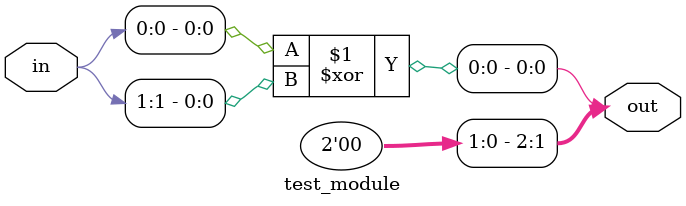
<source format=sv>
module test_module(
  input  logic [1:0] in,
  output logic [2:0] out
);

  assign out[0] = in[0] ^ in[1];
  assign out[1] = 1'h0;
  assign out[2] = 1'h0;

endmodule

</source>
